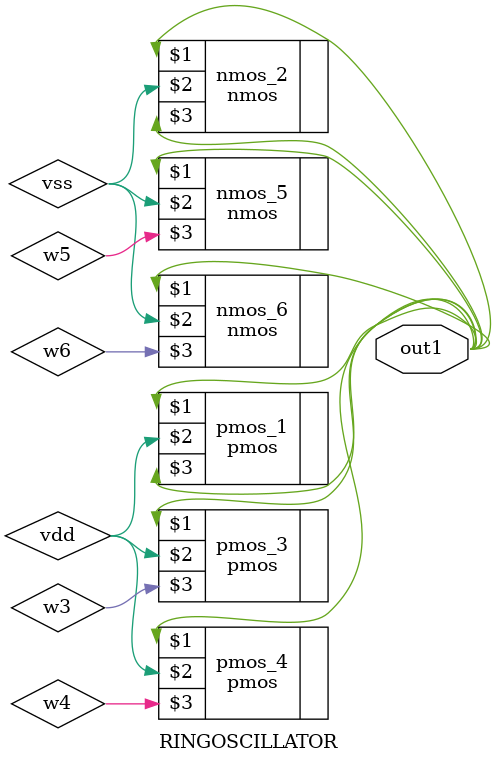
<source format=v>

module RINGOSCILLATOR( out1);
 output out1;
 wire w3,w4,w5,w6;
 pmos #(59) pmos_1(out1,vdd,out1); // 2.0u 0.12u
 nmos #(59) nmos_2(out1,vss,out1); // 1.0u 0.12u
 pmos #(59) pmos_3(out1,vdd,w3); // 2.0u 0.12u
 pmos #(59) pmos_4(out1,vdd,w4); // 2.0u 0.12u
 nmos #(59) nmos_5(out1,vss,w5); // 1.0u 0.12u
 nmos #(59) nmos_6(out1,vss,w6); // 1.0u 0.12u
endmodule

// Simulation parameters in Verilog Format

// Simulation parameters

</source>
